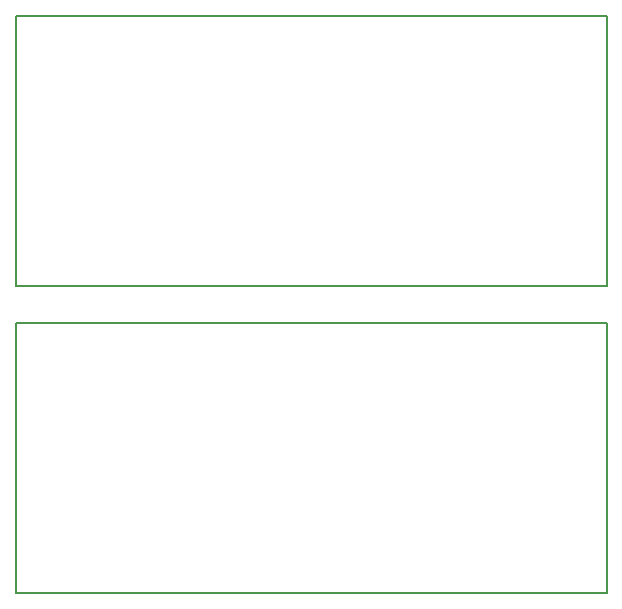
<source format=gbr>
G75*
G70*
%OFA0B0*%
%FSLAX25Y25*%
%IPPOS*%
%LPD*%
%AMOC8*
5,1,8,0,0,1.08239X$1,22.5*
%
%ADD13C,0.00600*%
%ADD34C,0.00800*%
X0010000Y0010000D02*
G01*
D13*
D34*
X0206860Y0100000D02*
X0010010Y0100000D01*
X0010000Y0010000D02*
X0206860Y0010000D01*
X0206860Y0100000D02*
X0206860Y0010000D01*
X0010000Y0010000D02*
X0010000Y0100000D01*
X0010000Y0112500D02*
G01*
D13*
D34*
X0206860Y0202500D02*
X0010010Y0202500D01*
X0010000Y0112500D02*
X0206860Y0112500D01*
X0206860Y0202500D02*
X0206860Y0112500D01*
X0010000Y0112500D02*
X0010000Y0202500D01*
M02*

</source>
